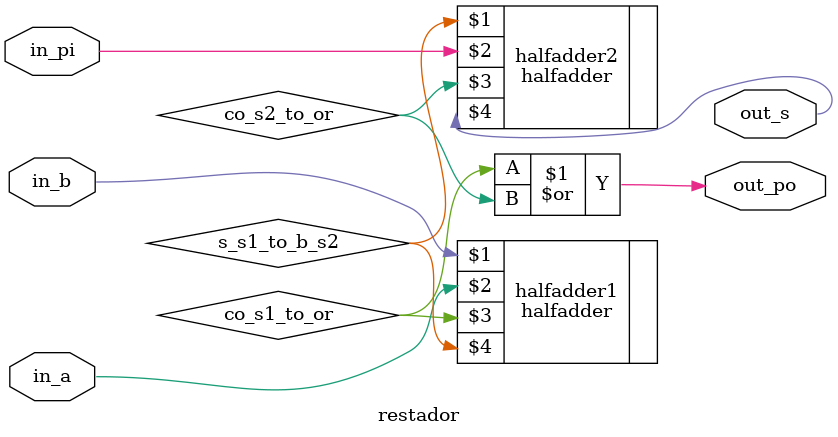
<source format=v>
module restador (
  // Inputs and output ports; 3 in, 2 out
  input in_b, in_a, in_pi,
  output out_po, out_s
);


// Declaración de señales
wire s_s1_to_b_s2; // Un cable del s del sumador 1 al a del sumador2
wire co_s1_to_or; // Un cable desde co del sumador 1 a la compuerta or
wire co_s2_to_or; // Un cable desde co del sumador 2 a la compuerta or

// Declaración de submodules
// halfadder(b,a,co,s)
halfadder halfadder1(in_b, in_a, co_s1_to_or, s_s1_to_b_s2);
halfadder halfadder2(s_s1_to_b_s2, in_pi, co_s2_to_or, out_s);

// Descripción del comportamiento
assign out_po = co_s1_to_or | co_s2_to_or; // co_s1 or co_s2

endmodule

</source>
